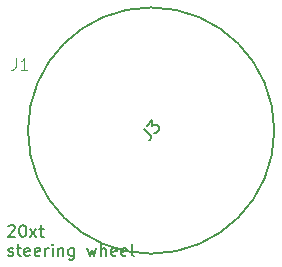
<source format=gbr>
%TF.GenerationSoftware,KiCad,Pcbnew,7.0.10*%
%TF.CreationDate,2024-04-07T04:02:17-04:00*%
%TF.ProjectId,mainbox_peripheral_steering_wheel,6d61696e-626f-4785-9f70-657269706865,rev?*%
%TF.SameCoordinates,Original*%
%TF.FileFunction,Legend,Top*%
%TF.FilePolarity,Positive*%
%FSLAX46Y46*%
G04 Gerber Fmt 4.6, Leading zero omitted, Abs format (unit mm)*
G04 Created by KiCad (PCBNEW 7.0.10) date 2024-04-07 04:02:17*
%MOMM*%
%LPD*%
G01*
G04 APERTURE LIST*
%ADD10C,0.150000*%
%ADD11C,0.100000*%
%ADD12C,0.152400*%
G04 APERTURE END LIST*
D10*
X124582628Y-106879816D02*
X124630247Y-106832197D01*
X124630247Y-106832197D02*
X124725485Y-106784578D01*
X124725485Y-106784578D02*
X124963580Y-106784578D01*
X124963580Y-106784578D02*
X125058818Y-106832197D01*
X125058818Y-106832197D02*
X125106437Y-106879816D01*
X125106437Y-106879816D02*
X125154056Y-106975054D01*
X125154056Y-106975054D02*
X125154056Y-107070292D01*
X125154056Y-107070292D02*
X125106437Y-107213149D01*
X125106437Y-107213149D02*
X124535009Y-107784578D01*
X124535009Y-107784578D02*
X125154056Y-107784578D01*
X125773104Y-106784578D02*
X125868342Y-106784578D01*
X125868342Y-106784578D02*
X125963580Y-106832197D01*
X125963580Y-106832197D02*
X126011199Y-106879816D01*
X126011199Y-106879816D02*
X126058818Y-106975054D01*
X126058818Y-106975054D02*
X126106437Y-107165530D01*
X126106437Y-107165530D02*
X126106437Y-107403625D01*
X126106437Y-107403625D02*
X126058818Y-107594101D01*
X126058818Y-107594101D02*
X126011199Y-107689339D01*
X126011199Y-107689339D02*
X125963580Y-107736959D01*
X125963580Y-107736959D02*
X125868342Y-107784578D01*
X125868342Y-107784578D02*
X125773104Y-107784578D01*
X125773104Y-107784578D02*
X125677866Y-107736959D01*
X125677866Y-107736959D02*
X125630247Y-107689339D01*
X125630247Y-107689339D02*
X125582628Y-107594101D01*
X125582628Y-107594101D02*
X125535009Y-107403625D01*
X125535009Y-107403625D02*
X125535009Y-107165530D01*
X125535009Y-107165530D02*
X125582628Y-106975054D01*
X125582628Y-106975054D02*
X125630247Y-106879816D01*
X125630247Y-106879816D02*
X125677866Y-106832197D01*
X125677866Y-106832197D02*
X125773104Y-106784578D01*
X126439771Y-107784578D02*
X126963580Y-107117911D01*
X126439771Y-107117911D02*
X126963580Y-107784578D01*
X127201676Y-107117911D02*
X127582628Y-107117911D01*
X127344533Y-106784578D02*
X127344533Y-107641720D01*
X127344533Y-107641720D02*
X127392152Y-107736959D01*
X127392152Y-107736959D02*
X127487390Y-107784578D01*
X127487390Y-107784578D02*
X127582628Y-107784578D01*
X124582628Y-109346959D02*
X124677866Y-109394578D01*
X124677866Y-109394578D02*
X124868342Y-109394578D01*
X124868342Y-109394578D02*
X124963580Y-109346959D01*
X124963580Y-109346959D02*
X125011199Y-109251720D01*
X125011199Y-109251720D02*
X125011199Y-109204101D01*
X125011199Y-109204101D02*
X124963580Y-109108863D01*
X124963580Y-109108863D02*
X124868342Y-109061244D01*
X124868342Y-109061244D02*
X124725485Y-109061244D01*
X124725485Y-109061244D02*
X124630247Y-109013625D01*
X124630247Y-109013625D02*
X124582628Y-108918387D01*
X124582628Y-108918387D02*
X124582628Y-108870768D01*
X124582628Y-108870768D02*
X124630247Y-108775530D01*
X124630247Y-108775530D02*
X124725485Y-108727911D01*
X124725485Y-108727911D02*
X124868342Y-108727911D01*
X124868342Y-108727911D02*
X124963580Y-108775530D01*
X125296914Y-108727911D02*
X125677866Y-108727911D01*
X125439771Y-108394578D02*
X125439771Y-109251720D01*
X125439771Y-109251720D02*
X125487390Y-109346959D01*
X125487390Y-109346959D02*
X125582628Y-109394578D01*
X125582628Y-109394578D02*
X125677866Y-109394578D01*
X126392152Y-109346959D02*
X126296914Y-109394578D01*
X126296914Y-109394578D02*
X126106438Y-109394578D01*
X126106438Y-109394578D02*
X126011200Y-109346959D01*
X126011200Y-109346959D02*
X125963581Y-109251720D01*
X125963581Y-109251720D02*
X125963581Y-108870768D01*
X125963581Y-108870768D02*
X126011200Y-108775530D01*
X126011200Y-108775530D02*
X126106438Y-108727911D01*
X126106438Y-108727911D02*
X126296914Y-108727911D01*
X126296914Y-108727911D02*
X126392152Y-108775530D01*
X126392152Y-108775530D02*
X126439771Y-108870768D01*
X126439771Y-108870768D02*
X126439771Y-108966006D01*
X126439771Y-108966006D02*
X125963581Y-109061244D01*
X127249295Y-109346959D02*
X127154057Y-109394578D01*
X127154057Y-109394578D02*
X126963581Y-109394578D01*
X126963581Y-109394578D02*
X126868343Y-109346959D01*
X126868343Y-109346959D02*
X126820724Y-109251720D01*
X126820724Y-109251720D02*
X126820724Y-108870768D01*
X126820724Y-108870768D02*
X126868343Y-108775530D01*
X126868343Y-108775530D02*
X126963581Y-108727911D01*
X126963581Y-108727911D02*
X127154057Y-108727911D01*
X127154057Y-108727911D02*
X127249295Y-108775530D01*
X127249295Y-108775530D02*
X127296914Y-108870768D01*
X127296914Y-108870768D02*
X127296914Y-108966006D01*
X127296914Y-108966006D02*
X126820724Y-109061244D01*
X127725486Y-109394578D02*
X127725486Y-108727911D01*
X127725486Y-108918387D02*
X127773105Y-108823149D01*
X127773105Y-108823149D02*
X127820724Y-108775530D01*
X127820724Y-108775530D02*
X127915962Y-108727911D01*
X127915962Y-108727911D02*
X128011200Y-108727911D01*
X128344534Y-109394578D02*
X128344534Y-108727911D01*
X128344534Y-108394578D02*
X128296915Y-108442197D01*
X128296915Y-108442197D02*
X128344534Y-108489816D01*
X128344534Y-108489816D02*
X128392153Y-108442197D01*
X128392153Y-108442197D02*
X128344534Y-108394578D01*
X128344534Y-108394578D02*
X128344534Y-108489816D01*
X128820724Y-108727911D02*
X128820724Y-109394578D01*
X128820724Y-108823149D02*
X128868343Y-108775530D01*
X128868343Y-108775530D02*
X128963581Y-108727911D01*
X128963581Y-108727911D02*
X129106438Y-108727911D01*
X129106438Y-108727911D02*
X129201676Y-108775530D01*
X129201676Y-108775530D02*
X129249295Y-108870768D01*
X129249295Y-108870768D02*
X129249295Y-109394578D01*
X130154057Y-108727911D02*
X130154057Y-109537435D01*
X130154057Y-109537435D02*
X130106438Y-109632673D01*
X130106438Y-109632673D02*
X130058819Y-109680292D01*
X130058819Y-109680292D02*
X129963581Y-109727911D01*
X129963581Y-109727911D02*
X129820724Y-109727911D01*
X129820724Y-109727911D02*
X129725486Y-109680292D01*
X130154057Y-109346959D02*
X130058819Y-109394578D01*
X130058819Y-109394578D02*
X129868343Y-109394578D01*
X129868343Y-109394578D02*
X129773105Y-109346959D01*
X129773105Y-109346959D02*
X129725486Y-109299339D01*
X129725486Y-109299339D02*
X129677867Y-109204101D01*
X129677867Y-109204101D02*
X129677867Y-108918387D01*
X129677867Y-108918387D02*
X129725486Y-108823149D01*
X129725486Y-108823149D02*
X129773105Y-108775530D01*
X129773105Y-108775530D02*
X129868343Y-108727911D01*
X129868343Y-108727911D02*
X130058819Y-108727911D01*
X130058819Y-108727911D02*
X130154057Y-108775530D01*
X131296915Y-108727911D02*
X131487391Y-109394578D01*
X131487391Y-109394578D02*
X131677867Y-108918387D01*
X131677867Y-108918387D02*
X131868343Y-109394578D01*
X131868343Y-109394578D02*
X132058819Y-108727911D01*
X132439772Y-109394578D02*
X132439772Y-108394578D01*
X132868343Y-109394578D02*
X132868343Y-108870768D01*
X132868343Y-108870768D02*
X132820724Y-108775530D01*
X132820724Y-108775530D02*
X132725486Y-108727911D01*
X132725486Y-108727911D02*
X132582629Y-108727911D01*
X132582629Y-108727911D02*
X132487391Y-108775530D01*
X132487391Y-108775530D02*
X132439772Y-108823149D01*
X133725486Y-109346959D02*
X133630248Y-109394578D01*
X133630248Y-109394578D02*
X133439772Y-109394578D01*
X133439772Y-109394578D02*
X133344534Y-109346959D01*
X133344534Y-109346959D02*
X133296915Y-109251720D01*
X133296915Y-109251720D02*
X133296915Y-108870768D01*
X133296915Y-108870768D02*
X133344534Y-108775530D01*
X133344534Y-108775530D02*
X133439772Y-108727911D01*
X133439772Y-108727911D02*
X133630248Y-108727911D01*
X133630248Y-108727911D02*
X133725486Y-108775530D01*
X133725486Y-108775530D02*
X133773105Y-108870768D01*
X133773105Y-108870768D02*
X133773105Y-108966006D01*
X133773105Y-108966006D02*
X133296915Y-109061244D01*
X134582629Y-109346959D02*
X134487391Y-109394578D01*
X134487391Y-109394578D02*
X134296915Y-109394578D01*
X134296915Y-109394578D02*
X134201677Y-109346959D01*
X134201677Y-109346959D02*
X134154058Y-109251720D01*
X134154058Y-109251720D02*
X134154058Y-108870768D01*
X134154058Y-108870768D02*
X134201677Y-108775530D01*
X134201677Y-108775530D02*
X134296915Y-108727911D01*
X134296915Y-108727911D02*
X134487391Y-108727911D01*
X134487391Y-108727911D02*
X134582629Y-108775530D01*
X134582629Y-108775530D02*
X134630248Y-108870768D01*
X134630248Y-108870768D02*
X134630248Y-108966006D01*
X134630248Y-108966006D02*
X134154058Y-109061244D01*
X135201677Y-109394578D02*
X135106439Y-109346959D01*
X135106439Y-109346959D02*
X135058820Y-109251720D01*
X135058820Y-109251720D02*
X135058820Y-108394578D01*
X136061836Y-98640192D02*
X136566912Y-99145268D01*
X136566912Y-99145268D02*
X136634256Y-99279955D01*
X136634256Y-99279955D02*
X136634256Y-99414642D01*
X136634256Y-99414642D02*
X136566912Y-99549329D01*
X136566912Y-99549329D02*
X136499569Y-99616673D01*
X136331210Y-98370818D02*
X136768943Y-97933085D01*
X136768943Y-97933085D02*
X136802615Y-98438161D01*
X136802615Y-98438161D02*
X136903630Y-98337146D01*
X136903630Y-98337146D02*
X137004645Y-98303474D01*
X137004645Y-98303474D02*
X137071989Y-98303474D01*
X137071989Y-98303474D02*
X137173004Y-98337146D01*
X137173004Y-98337146D02*
X137341363Y-98505505D01*
X137341363Y-98505505D02*
X137375034Y-98606520D01*
X137375034Y-98606520D02*
X137375034Y-98673863D01*
X137375034Y-98673863D02*
X137341363Y-98774879D01*
X137341363Y-98774879D02*
X137139332Y-98976909D01*
X137139332Y-98976909D02*
X137038317Y-99010581D01*
X137038317Y-99010581D02*
X136970973Y-99010581D01*
D11*
X125214166Y-92649919D02*
X125214166Y-93364204D01*
X125214166Y-93364204D02*
X125166547Y-93507061D01*
X125166547Y-93507061D02*
X125071309Y-93602300D01*
X125071309Y-93602300D02*
X124928452Y-93649919D01*
X124928452Y-93649919D02*
X124833214Y-93649919D01*
X126214166Y-93649919D02*
X125642738Y-93649919D01*
X125928452Y-93649919D02*
X125928452Y-92649919D01*
X125928452Y-92649919D02*
X125833214Y-92792776D01*
X125833214Y-92792776D02*
X125737976Y-92888014D01*
X125737976Y-92888014D02*
X125642738Y-92935633D01*
D12*
%TO.C,J3*%
X147109740Y-98789991D02*
G75*
G03*
X126256340Y-98789991I-10426700J0D01*
G01*
X126256340Y-98789991D02*
G75*
G03*
X147109740Y-98789991I10426700J0D01*
G01*
%TD*%
M02*

</source>
